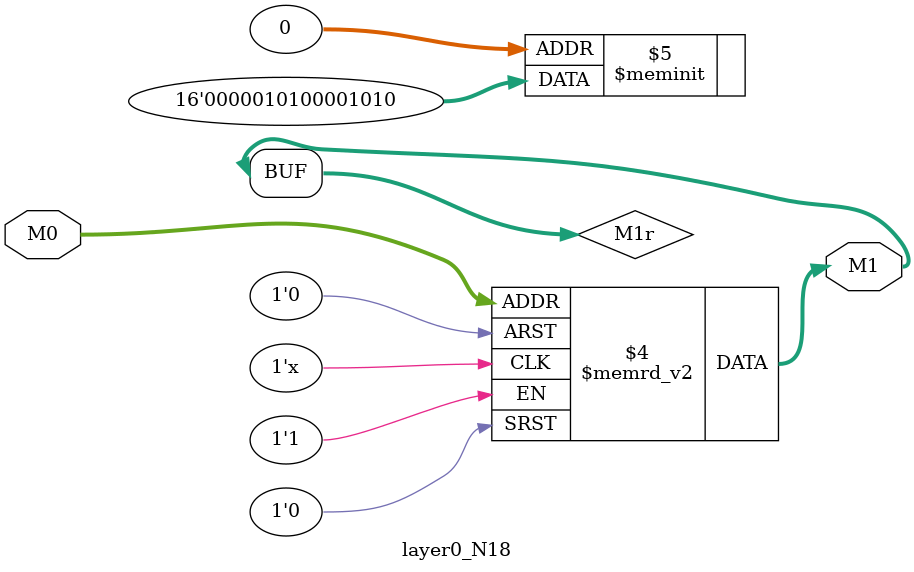
<source format=v>
module layer0_N18 ( input [2:0] M0, output [1:0] M1 );

	(*rom_style = "distributed" *) reg [1:0] M1r;
	assign M1 = M1r;
	always @ (M0) begin
		case (M0)
			3'b000: M1r = 2'b10;
			3'b100: M1r = 2'b01;
			3'b010: M1r = 2'b00;
			3'b110: M1r = 2'b00;
			3'b001: M1r = 2'b10;
			3'b101: M1r = 2'b01;
			3'b011: M1r = 2'b00;
			3'b111: M1r = 2'b00;

		endcase
	end
endmodule

</source>
